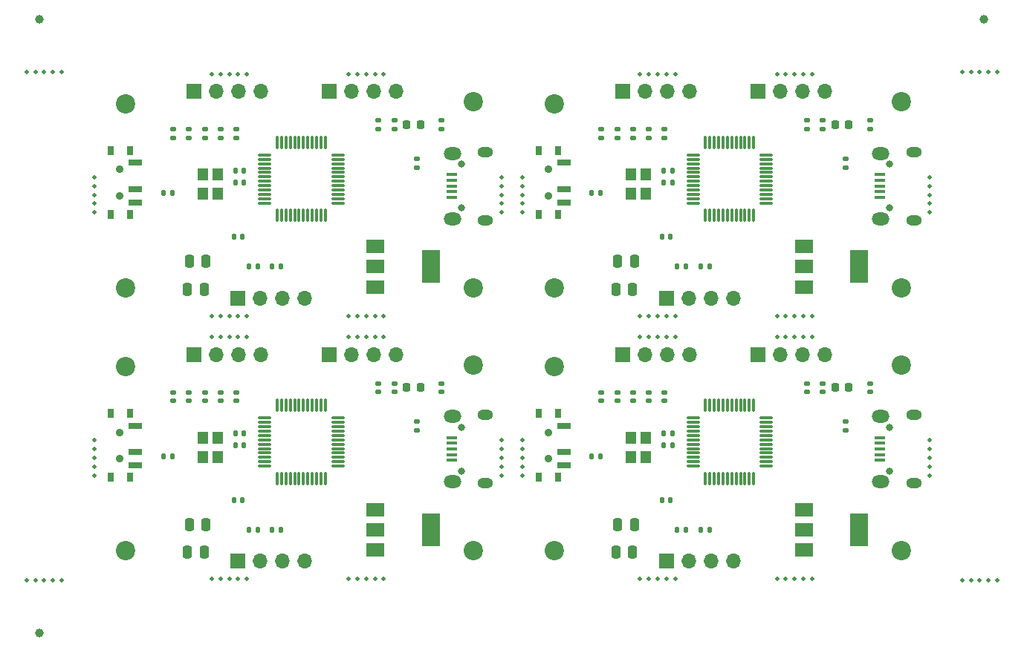
<source format=gbr>
%TF.GenerationSoftware,KiCad,Pcbnew,(6.0.7)*%
%TF.CreationDate,2022-11-18T16:05:41+07:00*%
%TF.ProjectId,test,74657374-2e6b-4696-9361-645f70636258,rev?*%
%TF.SameCoordinates,Original*%
%TF.FileFunction,Soldermask,Top*%
%TF.FilePolarity,Negative*%
%FSLAX46Y46*%
G04 Gerber Fmt 4.6, Leading zero omitted, Abs format (unit mm)*
G04 Created by KiCad (PCBNEW (6.0.7)) date 2022-11-18 16:05:41*
%MOMM*%
%LPD*%
G01*
G04 APERTURE LIST*
G04 Aperture macros list*
%AMRoundRect*
0 Rectangle with rounded corners*
0 $1 Rounding radius*
0 $2 $3 $4 $5 $6 $7 $8 $9 X,Y pos of 4 corners*
0 Add a 4 corners polygon primitive as box body*
4,1,4,$2,$3,$4,$5,$6,$7,$8,$9,$2,$3,0*
0 Add four circle primitives for the rounded corners*
1,1,$1+$1,$2,$3*
1,1,$1+$1,$4,$5*
1,1,$1+$1,$6,$7*
1,1,$1+$1,$8,$9*
0 Add four rect primitives between the rounded corners*
20,1,$1+$1,$2,$3,$4,$5,0*
20,1,$1+$1,$4,$5,$6,$7,0*
20,1,$1+$1,$6,$7,$8,$9,0*
20,1,$1+$1,$8,$9,$2,$3,0*%
G04 Aperture macros list end*
%ADD10C,0.500000*%
%ADD11R,1.700000X1.700000*%
%ADD12O,1.700000X1.700000*%
%ADD13C,0.900000*%
%ADD14R,0.800000X1.000000*%
%ADD15R,1.500000X0.700000*%
%ADD16RoundRect,0.140000X0.140000X0.170000X-0.140000X0.170000X-0.140000X-0.170000X0.140000X-0.170000X0*%
%ADD17C,2.200000*%
%ADD18RoundRect,0.140000X0.170000X-0.140000X0.170000X0.140000X-0.170000X0.140000X-0.170000X-0.140000X0*%
%ADD19RoundRect,0.135000X-0.135000X-0.185000X0.135000X-0.185000X0.135000X0.185000X-0.135000X0.185000X0*%
%ADD20RoundRect,0.218750X0.218750X0.256250X-0.218750X0.256250X-0.218750X-0.256250X0.218750X-0.256250X0*%
%ADD21RoundRect,0.075000X-0.662500X-0.075000X0.662500X-0.075000X0.662500X0.075000X-0.662500X0.075000X0*%
%ADD22RoundRect,0.075000X-0.075000X-0.662500X0.075000X-0.662500X0.075000X0.662500X-0.075000X0.662500X0*%
%ADD23R,1.200000X1.400000*%
%ADD24RoundRect,0.250000X-0.250000X-0.475000X0.250000X-0.475000X0.250000X0.475000X-0.250000X0.475000X0*%
%ADD25C,1.000000*%
%ADD26R,2.000000X1.500000*%
%ADD27R,2.000000X3.800000*%
%ADD28RoundRect,0.250000X0.250000X0.475000X-0.250000X0.475000X-0.250000X-0.475000X0.250000X-0.475000X0*%
%ADD29RoundRect,0.135000X-0.185000X0.135000X-0.185000X-0.135000X0.185000X-0.135000X0.185000X0.135000X0*%
%ADD30O,0.800000X0.800000*%
%ADD31R,1.300000X0.450000*%
%ADD32O,1.800000X1.150000*%
%ADD33O,2.000000X1.450000*%
G04 APERTURE END LIST*
D10*
%TO.C,REF\u002A\u002A*%
X56200000Y-50800000D03*
%TD*%
D11*
%TO.C,USART1*%
X83400000Y-55200000D03*
D12*
X85940000Y-55200000D03*
X88480000Y-55200000D03*
X91020000Y-55200000D03*
%TD*%
D13*
%TO.C,SW1*%
X26145000Y-37100000D03*
D14*
X27255000Y-31950000D03*
X27255000Y-39250000D03*
X25045000Y-39250000D03*
X25045000Y-31950000D03*
D13*
X26145000Y-34100000D03*
D15*
X27905000Y-33350000D03*
X27905000Y-36350000D03*
X27905000Y-37850000D03*
%TD*%
D10*
%TO.C,REF\u002A\u002A*%
X56200000Y-53200000D03*
%TD*%
%TO.C,REF\u002A\u002A*%
X55200000Y-53200000D03*
%TD*%
D16*
%TO.C,C11*%
X40280000Y-35600000D03*
X39320000Y-35600000D03*
%TD*%
D17*
%TO.C,H2*%
X66400000Y-26400000D03*
%TD*%
D18*
%TO.C,C4*%
X37600000Y-60480000D03*
X37600000Y-59520000D03*
%TD*%
D17*
%TO.C,H1*%
X26800000Y-77600000D03*
%TD*%
D10*
%TO.C,REF\u002A\u002A*%
X72000000Y-35000000D03*
%TD*%
%TO.C,REF\u002A\u002A*%
X37600000Y-53200000D03*
%TD*%
%TO.C,REF\u002A\u002A*%
X56200000Y-80800000D03*
%TD*%
D18*
%TO.C,C2*%
X82800000Y-60480000D03*
X82800000Y-59520000D03*
%TD*%
D10*
%TO.C,REF\u002A\u002A*%
X37600000Y-23200000D03*
%TD*%
D16*
%TO.C,C10*%
X40280000Y-64200000D03*
X39320000Y-64200000D03*
%TD*%
D10*
%TO.C,REF\u002A\u002A*%
X19500000Y-23000000D03*
%TD*%
D13*
%TO.C,SW1*%
X74945000Y-34100000D03*
D14*
X73845000Y-31950000D03*
X76055000Y-31950000D03*
D13*
X74945000Y-37100000D03*
D14*
X73845000Y-39250000D03*
X76055000Y-39250000D03*
D15*
X76705000Y-33350000D03*
X76705000Y-36350000D03*
X76705000Y-37850000D03*
%TD*%
D17*
%TO.C,H2*%
X115200000Y-26400000D03*
%TD*%
D18*
%TO.C,C2*%
X82800000Y-30480000D03*
X82800000Y-29520000D03*
%TD*%
D10*
%TO.C,REF\u002A\u002A*%
X38600000Y-53200000D03*
%TD*%
D18*
%TO.C,C8*%
X111600000Y-29480000D03*
X111600000Y-28520000D03*
%TD*%
%TO.C,C3*%
X84600000Y-60480000D03*
X84600000Y-59520000D03*
%TD*%
D19*
%TO.C,R3*%
X89600000Y-75200000D03*
X90620000Y-75200000D03*
%TD*%
D10*
%TO.C,REF\u002A\u002A*%
X118400000Y-38000000D03*
%TD*%
D18*
%TO.C,C6*%
X104400000Y-29480000D03*
X104400000Y-28520000D03*
%TD*%
D10*
%TO.C,REF\u002A\u002A*%
X56200000Y-23200000D03*
%TD*%
%TO.C,REF\u002A\u002A*%
X86400000Y-80800000D03*
%TD*%
D19*
%TO.C,R4*%
X92290000Y-75200000D03*
X93310000Y-75200000D03*
%TD*%
D20*
%TO.C,L1*%
X109187500Y-59000000D03*
X107612500Y-59000000D03*
%TD*%
D21*
%TO.C,U2*%
X91437500Y-62450000D03*
X91437500Y-62950000D03*
X91437500Y-63450000D03*
X91437500Y-63950000D03*
X91437500Y-64450000D03*
X91437500Y-64950000D03*
X91437500Y-65450000D03*
X91437500Y-65950000D03*
X91437500Y-66450000D03*
X91437500Y-66950000D03*
X91437500Y-67450000D03*
X91437500Y-67950000D03*
D22*
X92850000Y-69362500D03*
X93350000Y-69362500D03*
X93850000Y-69362500D03*
X94350000Y-69362500D03*
X94850000Y-69362500D03*
X95350000Y-69362500D03*
X95850000Y-69362500D03*
X96350000Y-69362500D03*
X96850000Y-69362500D03*
X97350000Y-69362500D03*
X97850000Y-69362500D03*
X98350000Y-69362500D03*
D21*
X99762500Y-67950000D03*
X99762500Y-67450000D03*
X99762500Y-66950000D03*
X99762500Y-66450000D03*
X99762500Y-65950000D03*
X99762500Y-65450000D03*
X99762500Y-64950000D03*
X99762500Y-64450000D03*
X99762500Y-63950000D03*
X99762500Y-63450000D03*
X99762500Y-62950000D03*
X99762500Y-62450000D03*
D22*
X98350000Y-61037500D03*
X97850000Y-61037500D03*
X97350000Y-61037500D03*
X96850000Y-61037500D03*
X96350000Y-61037500D03*
X95850000Y-61037500D03*
X95350000Y-61037500D03*
X94850000Y-61037500D03*
X94350000Y-61037500D03*
X93850000Y-61037500D03*
X93350000Y-61037500D03*
X92850000Y-61037500D03*
%TD*%
D17*
%TO.C,H1*%
X75600000Y-47600000D03*
%TD*%
D10*
%TO.C,REF\u002A\u002A*%
X86400000Y-50800000D03*
%TD*%
%TO.C,REF\u002A\u002A*%
X23200000Y-67000000D03*
%TD*%
%TO.C,REF\u002A\u002A*%
X102000000Y-50800000D03*
%TD*%
D23*
%TO.C,Y1*%
X35550000Y-64700000D03*
X35550000Y-66900000D03*
X37250000Y-66900000D03*
X37250000Y-64700000D03*
%TD*%
D10*
%TO.C,REF\u002A\u002A*%
X88400000Y-80800000D03*
%TD*%
D18*
%TO.C,C4*%
X37600000Y-30480000D03*
X37600000Y-29520000D03*
%TD*%
D10*
%TO.C,REF\u002A\u002A*%
X87400000Y-50800000D03*
%TD*%
D17*
%TO.C,H4*%
X115200000Y-77600000D03*
%TD*%
%TO.C,H3*%
X75600000Y-26600000D03*
%TD*%
D19*
%TO.C,R1*%
X31090000Y-66800000D03*
X32110000Y-66800000D03*
%TD*%
D10*
%TO.C,REF\u002A\u002A*%
X72000000Y-39000000D03*
%TD*%
D18*
%TO.C,C6*%
X55600000Y-59480000D03*
X55600000Y-58520000D03*
%TD*%
D10*
%TO.C,REF\u002A\u002A*%
X104000000Y-53200000D03*
%TD*%
D24*
%TO.C,C13*%
X82850000Y-44600000D03*
X84750000Y-44600000D03*
%TD*%
D10*
%TO.C,REF\u002A\u002A*%
X15500000Y-23000000D03*
%TD*%
%TO.C,REF\u002A\u002A*%
X104000000Y-50800000D03*
%TD*%
%TO.C,REF\u002A\u002A*%
X38600000Y-50800000D03*
%TD*%
D25*
%TO.C,REF\u002A\u002A*%
X17000000Y-17000000D03*
%TD*%
D10*
%TO.C,REF\u002A\u002A*%
X105000000Y-50800000D03*
%TD*%
%TO.C,REF\u002A\u002A*%
X69600000Y-67000000D03*
%TD*%
D18*
%TO.C,C6*%
X104400000Y-59480000D03*
X104400000Y-58520000D03*
%TD*%
D10*
%TO.C,REF\u002A\u002A*%
X23200000Y-36000000D03*
%TD*%
D18*
%TO.C,C8*%
X62800000Y-29480000D03*
X62800000Y-28520000D03*
%TD*%
D11*
%TO.C,J3*%
X50000000Y-55200000D03*
D12*
X52540000Y-55200000D03*
X55080000Y-55200000D03*
X57620000Y-55200000D03*
%TD*%
D10*
%TO.C,REF\u002A\u002A*%
X17500000Y-23000000D03*
%TD*%
D24*
%TO.C,C13*%
X82850000Y-74600000D03*
X84750000Y-74600000D03*
%TD*%
D10*
%TO.C,REF\u002A\u002A*%
X89400000Y-53200000D03*
%TD*%
%TO.C,REF\u002A\u002A*%
X39600000Y-53200000D03*
%TD*%
D17*
%TO.C,H4*%
X66400000Y-77600000D03*
%TD*%
D18*
%TO.C,C1*%
X81000000Y-30480000D03*
X81000000Y-29520000D03*
%TD*%
D10*
%TO.C,REF\u002A\u002A*%
X89400000Y-50800000D03*
%TD*%
D16*
%TO.C,C10*%
X40280000Y-34200000D03*
X39320000Y-34200000D03*
%TD*%
D10*
%TO.C,REF\u002A\u002A*%
X54200000Y-53200000D03*
%TD*%
%TO.C,REF\u002A\u002A*%
X52200000Y-23200000D03*
%TD*%
%TO.C,REF\u002A\u002A*%
X89400000Y-80800000D03*
%TD*%
%TO.C,REF\u002A\u002A*%
X54200000Y-23200000D03*
%TD*%
D18*
%TO.C,C4*%
X86400000Y-30480000D03*
X86400000Y-29520000D03*
%TD*%
D16*
%TO.C,C10*%
X89080000Y-34200000D03*
X88120000Y-34200000D03*
%TD*%
D20*
%TO.C,L1*%
X60387500Y-59000000D03*
X58812500Y-59000000D03*
%TD*%
D10*
%TO.C,REF\u002A\u002A*%
X102000000Y-80800000D03*
%TD*%
%TO.C,REF\u002A\u002A*%
X105000000Y-80800000D03*
%TD*%
D16*
%TO.C,C9*%
X40080000Y-41800000D03*
X39120000Y-41800000D03*
%TD*%
D10*
%TO.C,REF\u002A\u002A*%
X118400000Y-67000000D03*
%TD*%
%TO.C,REF\u002A\u002A*%
X69600000Y-66000000D03*
%TD*%
D21*
%TO.C,U2*%
X42637500Y-62450000D03*
X42637500Y-62950000D03*
X42637500Y-63450000D03*
X42637500Y-63950000D03*
X42637500Y-64450000D03*
X42637500Y-64950000D03*
X42637500Y-65450000D03*
X42637500Y-65950000D03*
X42637500Y-66450000D03*
X42637500Y-66950000D03*
X42637500Y-67450000D03*
X42637500Y-67950000D03*
D22*
X44050000Y-69362500D03*
X44550000Y-69362500D03*
X45050000Y-69362500D03*
X45550000Y-69362500D03*
X46050000Y-69362500D03*
X46550000Y-69362500D03*
X47050000Y-69362500D03*
X47550000Y-69362500D03*
X48050000Y-69362500D03*
X48550000Y-69362500D03*
X49050000Y-69362500D03*
X49550000Y-69362500D03*
D21*
X50962500Y-67950000D03*
X50962500Y-67450000D03*
X50962500Y-66950000D03*
X50962500Y-66450000D03*
X50962500Y-65950000D03*
X50962500Y-65450000D03*
X50962500Y-64950000D03*
X50962500Y-64450000D03*
X50962500Y-63950000D03*
X50962500Y-63450000D03*
X50962500Y-62950000D03*
X50962500Y-62450000D03*
D22*
X49550000Y-61037500D03*
X49050000Y-61037500D03*
X48550000Y-61037500D03*
X48050000Y-61037500D03*
X47550000Y-61037500D03*
X47050000Y-61037500D03*
X46550000Y-61037500D03*
X46050000Y-61037500D03*
X45550000Y-61037500D03*
X45050000Y-61037500D03*
X44550000Y-61037500D03*
X44050000Y-61037500D03*
%TD*%
D10*
%TO.C,REF\u002A\u002A*%
X118400000Y-35000000D03*
%TD*%
%TO.C,REF\u002A\u002A*%
X36600000Y-53200000D03*
%TD*%
D19*
%TO.C,R1*%
X79890000Y-36800000D03*
X80910000Y-36800000D03*
%TD*%
D10*
%TO.C,REF\u002A\u002A*%
X16500000Y-23000000D03*
%TD*%
%TO.C,REF\u002A\u002A*%
X86400000Y-53200000D03*
%TD*%
%TO.C,REF\u002A\u002A*%
X54200000Y-50800000D03*
%TD*%
%TO.C,REF\u002A\u002A*%
X103000000Y-23200000D03*
%TD*%
%TO.C,REF\u002A\u002A*%
X53200000Y-80800000D03*
%TD*%
D26*
%TO.C,U1*%
X55250000Y-42900000D03*
D27*
X61550000Y-45200000D03*
D26*
X55250000Y-45200000D03*
X55250000Y-47500000D03*
%TD*%
D16*
%TO.C,C9*%
X88880000Y-41800000D03*
X87920000Y-41800000D03*
%TD*%
D10*
%TO.C,REF\u002A\u002A*%
X39600000Y-50800000D03*
%TD*%
D11*
%TO.C,J3*%
X98800000Y-25200000D03*
D12*
X101340000Y-25200000D03*
X103880000Y-25200000D03*
X106420000Y-25200000D03*
%TD*%
D25*
%TO.C,REF\u002A\u002A*%
X17000000Y-87000000D03*
%TD*%
D10*
%TO.C,REF\u002A\u002A*%
X101000000Y-53200000D03*
%TD*%
%TO.C,REF\u002A\u002A*%
X69600000Y-39000000D03*
%TD*%
D16*
%TO.C,C11*%
X40280000Y-65600000D03*
X39320000Y-65600000D03*
%TD*%
D10*
%TO.C,REF\u002A\u002A*%
X126100000Y-23000000D03*
%TD*%
%TO.C,REF\u002A\u002A*%
X86400000Y-23200000D03*
%TD*%
%TO.C,REF\u002A\u002A*%
X72000000Y-67000000D03*
%TD*%
%TO.C,REF\u002A\u002A*%
X88400000Y-53200000D03*
%TD*%
%TO.C,REF\u002A\u002A*%
X39600000Y-23200000D03*
%TD*%
%TO.C,REF\u002A\u002A*%
X122100000Y-23000000D03*
%TD*%
D11*
%TO.C,I2C1*%
X39600000Y-48800000D03*
D12*
X42140000Y-48800000D03*
X44680000Y-48800000D03*
X47220000Y-48800000D03*
%TD*%
D10*
%TO.C,REF\u002A\u002A*%
X72000000Y-65000000D03*
%TD*%
D25*
%TO.C,REF\u002A\u002A*%
X124600000Y-17000000D03*
%TD*%
D18*
%TO.C,C8*%
X111600000Y-59480000D03*
X111600000Y-58520000D03*
%TD*%
D19*
%TO.C,R4*%
X43490000Y-75200000D03*
X44510000Y-75200000D03*
%TD*%
D10*
%TO.C,REF\u002A\u002A*%
X69600000Y-68000000D03*
%TD*%
%TO.C,REF\u002A\u002A*%
X118400000Y-68000000D03*
%TD*%
%TO.C,REF\u002A\u002A*%
X118400000Y-37000000D03*
%TD*%
%TO.C,REF\u002A\u002A*%
X23200000Y-65000000D03*
%TD*%
D19*
%TO.C,R3*%
X40800000Y-75200000D03*
X41820000Y-75200000D03*
%TD*%
D23*
%TO.C,Y1*%
X84350000Y-64700000D03*
X84350000Y-66900000D03*
X86050000Y-66900000D03*
X86050000Y-64700000D03*
%TD*%
D10*
%TO.C,REF\u002A\u002A*%
X69600000Y-65000000D03*
%TD*%
%TO.C,REF\u002A\u002A*%
X118400000Y-66000000D03*
%TD*%
%TO.C,REF\u002A\u002A*%
X23200000Y-66000000D03*
%TD*%
D17*
%TO.C,H2*%
X115200000Y-56400000D03*
%TD*%
D11*
%TO.C,I2C1*%
X88400000Y-48800000D03*
D12*
X90940000Y-48800000D03*
X93480000Y-48800000D03*
X96020000Y-48800000D03*
%TD*%
D19*
%TO.C,R1*%
X79890000Y-66800000D03*
X80910000Y-66800000D03*
%TD*%
D18*
%TO.C,C8*%
X62800000Y-59480000D03*
X62800000Y-58520000D03*
%TD*%
D10*
%TO.C,REF\u002A\u002A*%
X19500000Y-81000000D03*
%TD*%
%TO.C,REF\u002A\u002A*%
X23200000Y-35000000D03*
%TD*%
D17*
%TO.C,H4*%
X115200000Y-47600000D03*
%TD*%
D10*
%TO.C,REF\u002A\u002A*%
X18500000Y-23000000D03*
%TD*%
%TO.C,REF\u002A\u002A*%
X36600000Y-80800000D03*
%TD*%
%TO.C,REF\u002A\u002A*%
X52200000Y-53200000D03*
%TD*%
D19*
%TO.C,R4*%
X92290000Y-45200000D03*
X93310000Y-45200000D03*
%TD*%
D10*
%TO.C,REF\u002A\u002A*%
X69600000Y-36000000D03*
%TD*%
%TO.C,REF\u002A\u002A*%
X125100000Y-23000000D03*
%TD*%
%TO.C,REF\u002A\u002A*%
X52200000Y-80800000D03*
%TD*%
D18*
%TO.C,C7*%
X57400000Y-59480000D03*
X57400000Y-58520000D03*
%TD*%
%TO.C,C1*%
X32200000Y-60480000D03*
X32200000Y-59520000D03*
%TD*%
D10*
%TO.C,REF\u002A\u002A*%
X23200000Y-37000000D03*
%TD*%
D11*
%TO.C,J3*%
X98800000Y-55200000D03*
D12*
X101340000Y-55200000D03*
X103880000Y-55200000D03*
X106420000Y-55200000D03*
%TD*%
D10*
%TO.C,REF\u002A\u002A*%
X23200000Y-68000000D03*
%TD*%
%TO.C,REF\u002A\u002A*%
X55200000Y-23200000D03*
%TD*%
%TO.C,REF\u002A\u002A*%
X101000000Y-50800000D03*
%TD*%
D18*
%TO.C,C5*%
X88200000Y-30480000D03*
X88200000Y-29520000D03*
%TD*%
D10*
%TO.C,REF\u002A\u002A*%
X101000000Y-23200000D03*
%TD*%
%TO.C,REF\u002A\u002A*%
X85400000Y-80800000D03*
%TD*%
D20*
%TO.C,L1*%
X109187500Y-29000000D03*
X107612500Y-29000000D03*
%TD*%
D10*
%TO.C,REF\u002A\u002A*%
X102000000Y-23200000D03*
%TD*%
%TO.C,REF\u002A\u002A*%
X104000000Y-80800000D03*
%TD*%
D18*
%TO.C,C3*%
X35800000Y-30480000D03*
X35800000Y-29520000D03*
%TD*%
D10*
%TO.C,REF\u002A\u002A*%
X18500000Y-81000000D03*
%TD*%
D16*
%TO.C,C11*%
X89080000Y-65600000D03*
X88120000Y-65600000D03*
%TD*%
D10*
%TO.C,REF\u002A\u002A*%
X40600000Y-23200000D03*
%TD*%
D17*
%TO.C,H3*%
X26800000Y-56600000D03*
%TD*%
D24*
%TO.C,C13*%
X34050000Y-74600000D03*
X35950000Y-74600000D03*
%TD*%
D18*
%TO.C,C7*%
X106200000Y-29480000D03*
X106200000Y-28520000D03*
%TD*%
D10*
%TO.C,REF\u002A\u002A*%
X118400000Y-65000000D03*
%TD*%
%TO.C,REF\u002A\u002A*%
X123100000Y-23000000D03*
%TD*%
%TO.C,REF\u002A\u002A*%
X37600000Y-50800000D03*
%TD*%
D20*
%TO.C,L1*%
X60387500Y-29000000D03*
X58812500Y-29000000D03*
%TD*%
D10*
%TO.C,REF\u002A\u002A*%
X125100000Y-81000000D03*
%TD*%
D18*
%TO.C,C6*%
X55600000Y-29480000D03*
X55600000Y-28520000D03*
%TD*%
D21*
%TO.C,U2*%
X91437500Y-32450000D03*
X91437500Y-32950000D03*
X91437500Y-33450000D03*
X91437500Y-33950000D03*
X91437500Y-34450000D03*
X91437500Y-34950000D03*
X91437500Y-35450000D03*
X91437500Y-35950000D03*
X91437500Y-36450000D03*
X91437500Y-36950000D03*
X91437500Y-37450000D03*
X91437500Y-37950000D03*
D22*
X92850000Y-39362500D03*
X93350000Y-39362500D03*
X93850000Y-39362500D03*
X94350000Y-39362500D03*
X94850000Y-39362500D03*
X95350000Y-39362500D03*
X95850000Y-39362500D03*
X96350000Y-39362500D03*
X96850000Y-39362500D03*
X97350000Y-39362500D03*
X97850000Y-39362500D03*
X98350000Y-39362500D03*
D21*
X99762500Y-37950000D03*
X99762500Y-37450000D03*
X99762500Y-36950000D03*
X99762500Y-36450000D03*
X99762500Y-35950000D03*
X99762500Y-35450000D03*
X99762500Y-34950000D03*
X99762500Y-34450000D03*
X99762500Y-33950000D03*
X99762500Y-33450000D03*
X99762500Y-32950000D03*
X99762500Y-32450000D03*
D22*
X98350000Y-31037500D03*
X97850000Y-31037500D03*
X97350000Y-31037500D03*
X96850000Y-31037500D03*
X96350000Y-31037500D03*
X95850000Y-31037500D03*
X95350000Y-31037500D03*
X94850000Y-31037500D03*
X94350000Y-31037500D03*
X93850000Y-31037500D03*
X93350000Y-31037500D03*
X92850000Y-31037500D03*
%TD*%
D11*
%TO.C,J3*%
X50000000Y-25200000D03*
D12*
X52540000Y-25200000D03*
X55080000Y-25200000D03*
X57620000Y-25200000D03*
%TD*%
D18*
%TO.C,C5*%
X39400000Y-30480000D03*
X39400000Y-29520000D03*
%TD*%
D28*
%TO.C,C14*%
X35750000Y-47800000D03*
X33850000Y-47800000D03*
%TD*%
D16*
%TO.C,C9*%
X40080000Y-71800000D03*
X39120000Y-71800000D03*
%TD*%
D10*
%TO.C,REF\u002A\u002A*%
X126100000Y-81000000D03*
%TD*%
%TO.C,REF\u002A\u002A*%
X104000000Y-23200000D03*
%TD*%
%TO.C,REF\u002A\u002A*%
X36600000Y-50800000D03*
%TD*%
D17*
%TO.C,H4*%
X66400000Y-47600000D03*
%TD*%
D29*
%TO.C,R2*%
X108800000Y-62890000D03*
X108800000Y-63910000D03*
%TD*%
D10*
%TO.C,REF\u002A\u002A*%
X17500000Y-81000000D03*
%TD*%
%TO.C,REF\u002A\u002A*%
X16500000Y-81000000D03*
%TD*%
%TO.C,REF\u002A\u002A*%
X72000000Y-38000000D03*
%TD*%
D11*
%TO.C,I2C1*%
X88400000Y-78800000D03*
D12*
X90940000Y-78800000D03*
X93480000Y-78800000D03*
X96020000Y-78800000D03*
%TD*%
D10*
%TO.C,REF\u002A\u002A*%
X38600000Y-80800000D03*
%TD*%
D24*
%TO.C,C13*%
X34050000Y-44600000D03*
X35950000Y-44600000D03*
%TD*%
D17*
%TO.C,H3*%
X26800000Y-26600000D03*
%TD*%
D26*
%TO.C,U1*%
X104050000Y-72900000D03*
X104050000Y-75200000D03*
D27*
X110350000Y-75200000D03*
D26*
X104050000Y-77500000D03*
%TD*%
D10*
%TO.C,REF\u002A\u002A*%
X55200000Y-80800000D03*
%TD*%
%TO.C,REF\u002A\u002A*%
X122100000Y-81000000D03*
%TD*%
%TO.C,REF\u002A\u002A*%
X85400000Y-50800000D03*
%TD*%
%TO.C,REF\u002A\u002A*%
X53200000Y-50800000D03*
%TD*%
D18*
%TO.C,C1*%
X32200000Y-30480000D03*
X32200000Y-29520000D03*
%TD*%
D11*
%TO.C,USART1*%
X83400000Y-25200000D03*
D12*
X85940000Y-25200000D03*
X88480000Y-25200000D03*
X91020000Y-25200000D03*
%TD*%
D10*
%TO.C,REF\u002A\u002A*%
X85400000Y-53200000D03*
%TD*%
%TO.C,REF\u002A\u002A*%
X72000000Y-37000000D03*
%TD*%
%TO.C,REF\u002A\u002A*%
X37600000Y-80800000D03*
%TD*%
%TO.C,REF\u002A\u002A*%
X118400000Y-39000000D03*
%TD*%
D17*
%TO.C,H1*%
X26800000Y-47600000D03*
%TD*%
D26*
%TO.C,U1*%
X104050000Y-42900000D03*
X104050000Y-45200000D03*
D27*
X110350000Y-45200000D03*
D26*
X104050000Y-47500000D03*
%TD*%
D10*
%TO.C,REF\u002A\u002A*%
X101000000Y-80800000D03*
%TD*%
%TO.C,REF\u002A\u002A*%
X103000000Y-50800000D03*
%TD*%
D26*
%TO.C,U1*%
X55250000Y-72900000D03*
X55250000Y-75200000D03*
D27*
X61550000Y-75200000D03*
D26*
X55250000Y-77500000D03*
%TD*%
D18*
%TO.C,C7*%
X57400000Y-29480000D03*
X57400000Y-28520000D03*
%TD*%
%TO.C,C3*%
X84600000Y-30480000D03*
X84600000Y-29520000D03*
%TD*%
D10*
%TO.C,REF\u002A\u002A*%
X38600000Y-23200000D03*
%TD*%
%TO.C,REF\u002A\u002A*%
X87400000Y-80800000D03*
%TD*%
D18*
%TO.C,C7*%
X106200000Y-59480000D03*
X106200000Y-58520000D03*
%TD*%
D10*
%TO.C,REF\u002A\u002A*%
X88400000Y-23200000D03*
%TD*%
D21*
%TO.C,U2*%
X42637500Y-32450000D03*
X42637500Y-32950000D03*
X42637500Y-33450000D03*
X42637500Y-33950000D03*
X42637500Y-34450000D03*
X42637500Y-34950000D03*
X42637500Y-35450000D03*
X42637500Y-35950000D03*
X42637500Y-36450000D03*
X42637500Y-36950000D03*
X42637500Y-37450000D03*
X42637500Y-37950000D03*
D22*
X44050000Y-39362500D03*
X44550000Y-39362500D03*
X45050000Y-39362500D03*
X45550000Y-39362500D03*
X46050000Y-39362500D03*
X46550000Y-39362500D03*
X47050000Y-39362500D03*
X47550000Y-39362500D03*
X48050000Y-39362500D03*
X48550000Y-39362500D03*
X49050000Y-39362500D03*
X49550000Y-39362500D03*
D21*
X50962500Y-37950000D03*
X50962500Y-37450000D03*
X50962500Y-36950000D03*
X50962500Y-36450000D03*
X50962500Y-35950000D03*
X50962500Y-35450000D03*
X50962500Y-34950000D03*
X50962500Y-34450000D03*
X50962500Y-33950000D03*
X50962500Y-33450000D03*
X50962500Y-32950000D03*
X50962500Y-32450000D03*
D22*
X49550000Y-31037500D03*
X49050000Y-31037500D03*
X48550000Y-31037500D03*
X48050000Y-31037500D03*
X47550000Y-31037500D03*
X47050000Y-31037500D03*
X46550000Y-31037500D03*
X46050000Y-31037500D03*
X45550000Y-31037500D03*
X45050000Y-31037500D03*
X44550000Y-31037500D03*
X44050000Y-31037500D03*
%TD*%
D10*
%TO.C,REF\u002A\u002A*%
X72000000Y-69000000D03*
%TD*%
%TO.C,REF\u002A\u002A*%
X53200000Y-23200000D03*
%TD*%
D29*
%TO.C,R2*%
X108800000Y-32890000D03*
X108800000Y-33910000D03*
%TD*%
D30*
%TO.C,J2*%
X113845000Y-63500000D03*
X113845000Y-68500000D03*
D31*
X112745000Y-67300000D03*
X112745000Y-66650000D03*
X112745000Y-66000000D03*
X112745000Y-65350000D03*
X112745000Y-64700000D03*
D32*
X116595000Y-69875000D03*
X116595000Y-62125000D03*
D33*
X112795000Y-69725000D03*
X112795000Y-62275000D03*
%TD*%
D30*
%TO.C,J2*%
X113845000Y-38500000D03*
X113845000Y-33500000D03*
D31*
X112745000Y-37300000D03*
X112745000Y-36650000D03*
X112745000Y-36000000D03*
X112745000Y-35350000D03*
X112745000Y-34700000D03*
D32*
X116595000Y-39875000D03*
D33*
X112795000Y-39725000D03*
D32*
X116595000Y-32125000D03*
D33*
X112795000Y-32275000D03*
%TD*%
D10*
%TO.C,REF\u002A\u002A*%
X40600000Y-50800000D03*
%TD*%
D16*
%TO.C,C10*%
X89080000Y-64200000D03*
X88120000Y-64200000D03*
%TD*%
D19*
%TO.C,R1*%
X31090000Y-36800000D03*
X32110000Y-36800000D03*
%TD*%
D10*
%TO.C,REF\u002A\u002A*%
X39600000Y-80800000D03*
%TD*%
D23*
%TO.C,Y1*%
X84350000Y-34700000D03*
X84350000Y-36900000D03*
X86050000Y-36900000D03*
X86050000Y-34700000D03*
%TD*%
D10*
%TO.C,REF\u002A\u002A*%
X123100000Y-81000000D03*
%TD*%
D18*
%TO.C,C5*%
X39400000Y-60480000D03*
X39400000Y-59520000D03*
%TD*%
D10*
%TO.C,REF\u002A\u002A*%
X23200000Y-38000000D03*
%TD*%
D14*
%TO.C,SW1*%
X27255000Y-61950000D03*
X27255000Y-69250000D03*
D13*
X26145000Y-67100000D03*
D14*
X25045000Y-69250000D03*
D13*
X26145000Y-64100000D03*
D14*
X25045000Y-61950000D03*
D15*
X27905000Y-63350000D03*
X27905000Y-66350000D03*
X27905000Y-67850000D03*
%TD*%
D10*
%TO.C,REF\u002A\u002A*%
X69600000Y-38000000D03*
%TD*%
D11*
%TO.C,I2C1*%
X39600000Y-78800000D03*
D12*
X42140000Y-78800000D03*
X44680000Y-78800000D03*
X47220000Y-78800000D03*
%TD*%
D10*
%TO.C,REF\u002A\u002A*%
X15500000Y-81000000D03*
%TD*%
D18*
%TO.C,C3*%
X35800000Y-60480000D03*
X35800000Y-59520000D03*
%TD*%
D28*
%TO.C,C14*%
X35750000Y-77800000D03*
X33850000Y-77800000D03*
%TD*%
%TO.C,C14*%
X84550000Y-77800000D03*
X82650000Y-77800000D03*
%TD*%
D18*
%TO.C,C2*%
X34000000Y-60480000D03*
X34000000Y-59520000D03*
%TD*%
D10*
%TO.C,REF\u002A\u002A*%
X105000000Y-23200000D03*
%TD*%
%TO.C,REF\u002A\u002A*%
X124100000Y-23000000D03*
%TD*%
%TO.C,REF\u002A\u002A*%
X69600000Y-37000000D03*
%TD*%
%TO.C,REF\u002A\u002A*%
X124100000Y-81000000D03*
%TD*%
%TO.C,REF\u002A\u002A*%
X69600000Y-35000000D03*
%TD*%
%TO.C,REF\u002A\u002A*%
X72000000Y-66000000D03*
%TD*%
D11*
%TO.C,USART1*%
X34600000Y-55200000D03*
D12*
X37140000Y-55200000D03*
X39680000Y-55200000D03*
X42220000Y-55200000D03*
%TD*%
D10*
%TO.C,REF\u002A\u002A*%
X118400000Y-36000000D03*
%TD*%
%TO.C,REF\u002A\u002A*%
X87400000Y-53200000D03*
%TD*%
%TO.C,REF\u002A\u002A*%
X23200000Y-39000000D03*
%TD*%
D11*
%TO.C,USART1*%
X34600000Y-25200000D03*
D12*
X37140000Y-25200000D03*
X39680000Y-25200000D03*
X42220000Y-25200000D03*
%TD*%
D10*
%TO.C,REF\u002A\u002A*%
X40600000Y-53200000D03*
%TD*%
D30*
%TO.C,J2*%
X65045000Y-38500000D03*
X65045000Y-33500000D03*
D31*
X63945000Y-37300000D03*
X63945000Y-36650000D03*
X63945000Y-36000000D03*
X63945000Y-35350000D03*
X63945000Y-34700000D03*
D32*
X67795000Y-32125000D03*
D33*
X63995000Y-39725000D03*
D32*
X67795000Y-39875000D03*
D33*
X63995000Y-32275000D03*
%TD*%
D16*
%TO.C,C9*%
X88880000Y-71800000D03*
X87920000Y-71800000D03*
%TD*%
D29*
%TO.C,R2*%
X60000000Y-32890000D03*
X60000000Y-33910000D03*
%TD*%
D10*
%TO.C,REF\u002A\u002A*%
X85400000Y-23200000D03*
%TD*%
D17*
%TO.C,H3*%
X75600000Y-56600000D03*
%TD*%
D18*
%TO.C,C4*%
X86400000Y-60480000D03*
X86400000Y-59520000D03*
%TD*%
D17*
%TO.C,H2*%
X66400000Y-56400000D03*
%TD*%
D10*
%TO.C,REF\u002A\u002A*%
X103000000Y-80800000D03*
%TD*%
%TO.C,REF\u002A\u002A*%
X54200000Y-80800000D03*
%TD*%
%TO.C,REF\u002A\u002A*%
X40600000Y-80800000D03*
%TD*%
%TO.C,REF\u002A\u002A*%
X105000000Y-53200000D03*
%TD*%
D16*
%TO.C,C11*%
X89080000Y-35600000D03*
X88120000Y-35600000D03*
%TD*%
D10*
%TO.C,REF\u002A\u002A*%
X88400000Y-50800000D03*
%TD*%
%TO.C,REF\u002A\u002A*%
X118400000Y-69000000D03*
%TD*%
D17*
%TO.C,H1*%
X75600000Y-77600000D03*
%TD*%
D13*
%TO.C,SW1*%
X74945000Y-64100000D03*
D14*
X73845000Y-61950000D03*
D13*
X74945000Y-67100000D03*
D14*
X76055000Y-69250000D03*
X73845000Y-69250000D03*
X76055000Y-61950000D03*
D15*
X76705000Y-63350000D03*
X76705000Y-66350000D03*
X76705000Y-67850000D03*
%TD*%
D28*
%TO.C,C14*%
X84550000Y-47800000D03*
X82650000Y-47800000D03*
%TD*%
D18*
%TO.C,C5*%
X88200000Y-60480000D03*
X88200000Y-59520000D03*
%TD*%
D30*
%TO.C,J2*%
X65045000Y-68500000D03*
X65045000Y-63500000D03*
D31*
X63945000Y-67300000D03*
X63945000Y-66650000D03*
X63945000Y-66000000D03*
X63945000Y-65350000D03*
X63945000Y-64700000D03*
D33*
X63995000Y-69725000D03*
D32*
X67795000Y-62125000D03*
X67795000Y-69875000D03*
D33*
X63995000Y-62275000D03*
%TD*%
D18*
%TO.C,C2*%
X34000000Y-30480000D03*
X34000000Y-29520000D03*
%TD*%
D10*
%TO.C,REF\u002A\u002A*%
X53200000Y-53200000D03*
%TD*%
%TO.C,REF\u002A\u002A*%
X72000000Y-36000000D03*
%TD*%
%TO.C,REF\u002A\u002A*%
X72000000Y-68000000D03*
%TD*%
%TO.C,REF\u002A\u002A*%
X89400000Y-23200000D03*
%TD*%
D29*
%TO.C,R2*%
X60000000Y-62890000D03*
X60000000Y-63910000D03*
%TD*%
D19*
%TO.C,R3*%
X89600000Y-45200000D03*
X90620000Y-45200000D03*
%TD*%
D23*
%TO.C,Y1*%
X35550000Y-34700000D03*
X35550000Y-36900000D03*
X37250000Y-36900000D03*
X37250000Y-34700000D03*
%TD*%
D18*
%TO.C,C1*%
X81000000Y-60480000D03*
X81000000Y-59520000D03*
%TD*%
D10*
%TO.C,REF\u002A\u002A*%
X52200000Y-50800000D03*
%TD*%
%TO.C,REF\u002A\u002A*%
X69600000Y-69000000D03*
%TD*%
D19*
%TO.C,R4*%
X43490000Y-45200000D03*
X44510000Y-45200000D03*
%TD*%
D10*
%TO.C,REF\u002A\u002A*%
X103000000Y-53200000D03*
%TD*%
%TO.C,REF\u002A\u002A*%
X87400000Y-23200000D03*
%TD*%
D19*
%TO.C,R3*%
X40800000Y-45200000D03*
X41820000Y-45200000D03*
%TD*%
D10*
%TO.C,REF\u002A\u002A*%
X23200000Y-69000000D03*
%TD*%
%TO.C,REF\u002A\u002A*%
X36600000Y-23200000D03*
%TD*%
%TO.C,REF\u002A\u002A*%
X55200000Y-50800000D03*
%TD*%
%TO.C,REF\u002A\u002A*%
X102000000Y-53200000D03*
%TD*%
M02*

</source>
